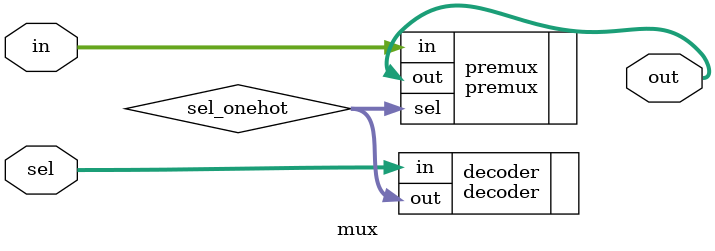
<source format=v>
module mux #(
  parameter W = 32,
  parameter N = 16
  )(
  input [$clog2(N)-1:0] sel,
  input [(N*W)-1:0]     in,
  output [W-1:0]        out);

  wire [N-1:0] sel_onehot;
  decoder #($clog2(N)) decoder(
    .in(sel),
    .out(sel_onehot));

  premux #(W,N) premux(
    .sel(sel_onehot),
    .in(in),
    .out(out));

endmodule

</source>
